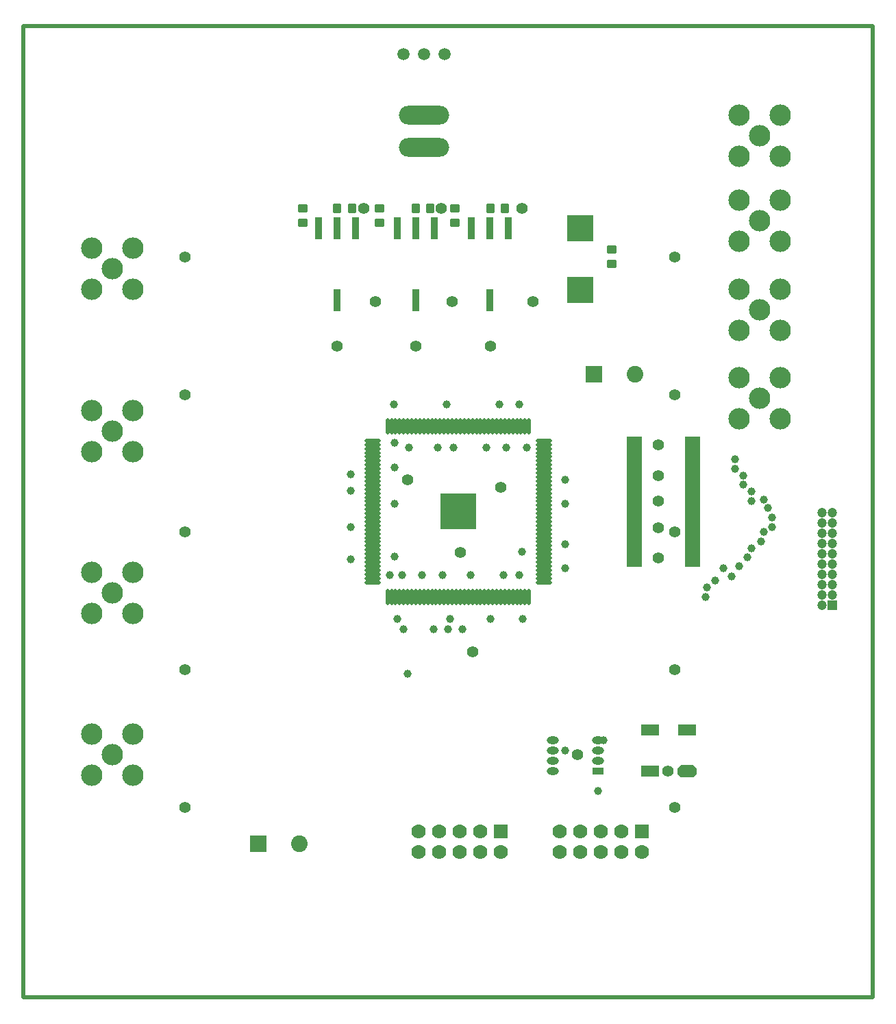
<source format=gts>
%FSAX43Y43*%
%MOMM*%
G71*
G01*
G75*
G04 Layer_Color=8388736*
%ADD10C,0.175*%
G04:AMPARAMS|DCode=11|XSize=0.8mm|YSize=1mm|CornerRadius=0.08mm|HoleSize=0mm|Usage=FLASHONLY|Rotation=180.000|XOffset=0mm|YOffset=0mm|HoleType=Round|Shape=RoundedRectangle|*
%AMROUNDEDRECTD11*
21,1,0.800,0.840,0,0,180.0*
21,1,0.640,1.000,0,0,180.0*
1,1,0.160,-0.320,0.420*
1,1,0.160,0.320,0.420*
1,1,0.160,0.320,-0.420*
1,1,0.160,-0.320,-0.420*
%
%ADD11ROUNDEDRECTD11*%
G04:AMPARAMS|DCode=12|XSize=0.8mm|YSize=1mm|CornerRadius=0.08mm|HoleSize=0mm|Usage=FLASHONLY|Rotation=90.000|XOffset=0mm|YOffset=0mm|HoleType=Round|Shape=RoundedRectangle|*
%AMROUNDEDRECTD12*
21,1,0.800,0.840,0,0,90.0*
21,1,0.640,1.000,0,0,90.0*
1,1,0.160,0.420,0.320*
1,1,0.160,0.420,-0.320*
1,1,0.160,-0.420,-0.320*
1,1,0.160,-0.420,0.320*
%
%ADD12ROUNDEDRECTD12*%
%ADD13R,0.762X2.540*%
%ADD14R,3.048X3.048*%
%ADD15O,6.000X2.100*%
%ADD16O,6.000X2.100*%
%ADD17O,1.270X0.762*%
%ADD18R,1.270X0.762*%
%ADD19R,2.108X1.270*%
G04:AMPARAMS|DCode=20|XSize=2.108mm|YSize=1.27mm|CornerRadius=0mm|HoleSize=0mm|Usage=FLASHONLY|Rotation=180.000|XOffset=0mm|YOffset=0mm|HoleType=Round|Shape=Octagon|*
%AMOCTAGOND20*
4,1,8,-1.054,0.318,-1.054,-0.318,-0.737,-0.635,0.737,-0.635,1.054,-0.318,1.054,0.318,0.737,0.635,-0.737,0.635,-1.054,0.318,0.0*
%
%ADD20OCTAGOND20*%

%ADD21R,4.300X4.300*%
%ADD22O,0.300X1.800*%
%ADD23O,1.800X0.300*%
%ADD24R,1.650X0.300*%
%ADD25C,0.254*%
%ADD26C,0.500*%
%ADD27C,1.000*%
%ADD28C,0.200*%
%ADD29C,0.400*%
%ADD30C,1.524*%
%ADD31C,0.300*%
%ADD32R,1.850X1.850*%
%ADD33C,1.850*%
%ADD34C,2.438*%
%ADD35C,1.575*%
%ADD36R,1.575X1.575*%
%ADD37R,1.000X1.000*%
%ADD38C,1.000*%
%ADD39C,1.200*%
%ADD40C,1.300*%
%ADD41C,0.800*%
%ADD42C,0.660*%
G04:AMPARAMS|DCode=43|XSize=0.4mm|YSize=0.6mm|CornerRadius=0.04mm|HoleSize=0mm|Usage=FLASHONLY|Rotation=90.000|XOffset=0mm|YOffset=0mm|HoleType=Round|Shape=RoundedRectangle|*
%AMROUNDEDRECTD43*
21,1,0.400,0.520,0,0,90.0*
21,1,0.320,0.600,0,0,90.0*
1,1,0.080,0.260,0.160*
1,1,0.080,0.260,-0.160*
1,1,0.080,-0.260,-0.160*
1,1,0.080,-0.260,0.160*
%
%ADD43ROUNDEDRECTD43*%
G04:AMPARAMS|DCode=44|XSize=0.4mm|YSize=0.6mm|CornerRadius=0.04mm|HoleSize=0mm|Usage=FLASHONLY|Rotation=180.000|XOffset=0mm|YOffset=0mm|HoleType=Round|Shape=RoundedRectangle|*
%AMROUNDEDRECTD44*
21,1,0.400,0.520,0,0,180.0*
21,1,0.320,0.600,0,0,180.0*
1,1,0.080,-0.160,0.260*
1,1,0.080,0.160,0.260*
1,1,0.080,0.160,-0.260*
1,1,0.080,-0.160,-0.260*
%
%ADD44ROUNDEDRECTD44*%
%ADD45C,0.250*%
%ADD46C,0.600*%
%ADD47C,0.203*%
%ADD48C,0.305*%
G04:AMPARAMS|DCode=49|XSize=1.003mm|YSize=1.203mm|CornerRadius=0.182mm|HoleSize=0mm|Usage=FLASHONLY|Rotation=180.000|XOffset=0mm|YOffset=0mm|HoleType=Round|Shape=RoundedRectangle|*
%AMROUNDEDRECTD49*
21,1,1.003,0.840,0,0,180.0*
21,1,0.640,1.203,0,0,180.0*
1,1,0.363,-0.320,0.420*
1,1,0.363,0.320,0.420*
1,1,0.363,0.320,-0.420*
1,1,0.363,-0.320,-0.420*
%
%ADD49ROUNDEDRECTD49*%
G04:AMPARAMS|DCode=50|XSize=1.003mm|YSize=1.203mm|CornerRadius=0.182mm|HoleSize=0mm|Usage=FLASHONLY|Rotation=90.000|XOffset=0mm|YOffset=0mm|HoleType=Round|Shape=RoundedRectangle|*
%AMROUNDEDRECTD50*
21,1,1.003,0.840,0,0,90.0*
21,1,0.640,1.203,0,0,90.0*
1,1,0.363,0.420,0.320*
1,1,0.363,0.420,-0.320*
1,1,0.363,-0.420,-0.320*
1,1,0.363,-0.420,0.320*
%
%ADD50ROUNDEDRECTD50*%
%ADD51R,0.965X2.743*%
%ADD52R,3.251X3.251*%
%ADD53O,6.203X2.303*%
%ADD54O,6.203X2.303*%
%ADD55O,1.473X0.965*%
%ADD56R,1.473X0.965*%
%ADD57R,2.311X1.473*%
G04:AMPARAMS|DCode=58|XSize=2.311mm|YSize=1.473mm|CornerRadius=0mm|HoleSize=0mm|Usage=FLASHONLY|Rotation=180.000|XOffset=0mm|YOffset=0mm|HoleType=Round|Shape=Octagon|*
%AMOCTAGOND58*
4,1,8,-1.156,0.368,-1.156,-0.368,-0.787,-0.737,0.787,-0.737,1.156,-0.368,1.156,0.368,0.787,0.737,-0.787,0.737,-1.156,0.368,0.0*
%
%ADD58OCTAGOND58*%

%ADD59R,4.503X4.503*%
%ADD60O,0.503X2.003*%
%ADD61O,2.003X0.503*%
%ADD62R,1.853X0.503*%
%ADD63R,2.053X2.053*%
%ADD64C,2.053*%
%ADD65C,2.642*%
%ADD66C,1.778*%
%ADD67R,1.778X1.778*%
%ADD68R,1.203X1.203*%
%ADD69C,1.203*%
%ADD70C,1.403*%
%ADD71C,1.503*%
%ADD72C,1.003*%
D26*
X0025000Y0145000D02*
X0130000D01*
X0025000Y0025000D02*
Y0145000D01*
X0130000Y0025000D02*
Y0145000D01*
X0025000Y0025000D02*
X0130000D01*
D49*
X0084500Y0122500D02*
D03*
X0082700D02*
D03*
X0075300D02*
D03*
X0073500D02*
D03*
X0065600D02*
D03*
X0063800D02*
D03*
D50*
X0078300Y0120700D02*
D03*
Y0122500D02*
D03*
X0069000Y0120700D02*
D03*
Y0122500D02*
D03*
X0059500Y0120700D02*
D03*
Y0122500D02*
D03*
X0097700Y0115600D02*
D03*
Y0117400D02*
D03*
D51*
X0082686Y0111110D02*
D03*
Y0120000D02*
D03*
X0084972D02*
D03*
X0080400D02*
D03*
X0073486Y0111110D02*
D03*
Y0120000D02*
D03*
X0075772D02*
D03*
X0071200D02*
D03*
X0063786Y0111110D02*
D03*
Y0120000D02*
D03*
X0066072D02*
D03*
X0061500D02*
D03*
D52*
X0093800D02*
D03*
Y0112380D02*
D03*
D53*
X0074500Y0130000D02*
D03*
D54*
Y0134000D02*
D03*
D55*
X0096000Y0056810D02*
D03*
Y0055540D02*
D03*
X0090412D02*
D03*
X0096000Y0054270D02*
D03*
X0090412D02*
D03*
Y0056810D02*
D03*
Y0053000D02*
D03*
D56*
X0096000D02*
D03*
D57*
X0102428D02*
D03*
X0107000Y0058080D02*
D03*
X0102428D02*
D03*
D58*
X0107000Y0053000D02*
D03*
D59*
X0078750Y0085050D02*
D03*
D60*
X0070000Y0074500D02*
D03*
X0070500D02*
D03*
X0071000D02*
D03*
X0071500D02*
D03*
X0072000D02*
D03*
X0072500D02*
D03*
X0073000D02*
D03*
X0073500D02*
D03*
X0074000D02*
D03*
X0074500D02*
D03*
X0075000D02*
D03*
X0075500D02*
D03*
X0076000D02*
D03*
X0076500D02*
D03*
X0077000D02*
D03*
X0077500D02*
D03*
X0078000D02*
D03*
X0078500D02*
D03*
X0079000D02*
D03*
X0079500D02*
D03*
X0080000D02*
D03*
X0080500D02*
D03*
X0081000D02*
D03*
X0081500D02*
D03*
X0082000D02*
D03*
X0082500D02*
D03*
X0083000D02*
D03*
X0083500D02*
D03*
X0084000D02*
D03*
X0084500D02*
D03*
X0085000D02*
D03*
X0085500D02*
D03*
X0086000D02*
D03*
X0086500D02*
D03*
X0087000D02*
D03*
X0087500D02*
D03*
Y0095600D02*
D03*
X0087000D02*
D03*
X0086500D02*
D03*
X0086000D02*
D03*
X0085500D02*
D03*
X0085000D02*
D03*
X0084500D02*
D03*
X0084000D02*
D03*
X0083500D02*
D03*
X0083000D02*
D03*
X0082500D02*
D03*
X0082000D02*
D03*
X0081500D02*
D03*
X0081000D02*
D03*
X0080500D02*
D03*
X0080000D02*
D03*
X0079500D02*
D03*
X0079000D02*
D03*
X0078500D02*
D03*
X0078000D02*
D03*
X0077500D02*
D03*
X0077000D02*
D03*
X0076500D02*
D03*
X0076000D02*
D03*
X0075500D02*
D03*
X0075000D02*
D03*
X0074500D02*
D03*
X0074000D02*
D03*
X0073500D02*
D03*
X0073000D02*
D03*
X0072500D02*
D03*
X0072000D02*
D03*
X0071500D02*
D03*
X0071000D02*
D03*
X0070500D02*
D03*
X0070000D02*
D03*
D61*
X0089300Y0076300D02*
D03*
Y0076800D02*
D03*
Y0077300D02*
D03*
Y0077800D02*
D03*
Y0078300D02*
D03*
Y0078800D02*
D03*
Y0079300D02*
D03*
Y0079800D02*
D03*
Y0080300D02*
D03*
Y0080800D02*
D03*
Y0081300D02*
D03*
Y0081800D02*
D03*
Y0082300D02*
D03*
Y0082800D02*
D03*
Y0083300D02*
D03*
Y0083800D02*
D03*
Y0084300D02*
D03*
Y0084800D02*
D03*
Y0085300D02*
D03*
Y0085800D02*
D03*
Y0086300D02*
D03*
Y0086800D02*
D03*
Y0087300D02*
D03*
Y0087800D02*
D03*
Y0088300D02*
D03*
Y0088800D02*
D03*
Y0089300D02*
D03*
Y0089800D02*
D03*
Y0090300D02*
D03*
Y0090800D02*
D03*
Y0091300D02*
D03*
Y0091800D02*
D03*
Y0092300D02*
D03*
Y0092800D02*
D03*
Y0093300D02*
D03*
Y0093800D02*
D03*
X0068200D02*
D03*
Y0093300D02*
D03*
Y0092800D02*
D03*
Y0092300D02*
D03*
Y0091800D02*
D03*
Y0091300D02*
D03*
Y0090800D02*
D03*
Y0090300D02*
D03*
Y0089800D02*
D03*
Y0089300D02*
D03*
Y0088800D02*
D03*
Y0088300D02*
D03*
Y0087800D02*
D03*
Y0087300D02*
D03*
Y0086800D02*
D03*
Y0086300D02*
D03*
Y0085800D02*
D03*
Y0085300D02*
D03*
Y0084800D02*
D03*
Y0084300D02*
D03*
Y0083800D02*
D03*
Y0083300D02*
D03*
Y0082800D02*
D03*
Y0082300D02*
D03*
Y0081800D02*
D03*
Y0081300D02*
D03*
Y0080800D02*
D03*
Y0080300D02*
D03*
Y0079800D02*
D03*
Y0079300D02*
D03*
Y0078800D02*
D03*
Y0078300D02*
D03*
Y0077800D02*
D03*
Y0077300D02*
D03*
Y0076800D02*
D03*
Y0076300D02*
D03*
D62*
X0100500Y0094000D02*
D03*
Y0093500D02*
D03*
Y0093000D02*
D03*
Y0092500D02*
D03*
Y0092000D02*
D03*
Y0091500D02*
D03*
Y0091000D02*
D03*
Y0090500D02*
D03*
Y0090000D02*
D03*
Y0089500D02*
D03*
Y0089000D02*
D03*
Y0088500D02*
D03*
Y0088000D02*
D03*
Y0087500D02*
D03*
Y0087000D02*
D03*
Y0086500D02*
D03*
Y0086000D02*
D03*
Y0085500D02*
D03*
Y0085000D02*
D03*
Y0084500D02*
D03*
Y0084000D02*
D03*
Y0083500D02*
D03*
Y0083000D02*
D03*
Y0082500D02*
D03*
Y0082000D02*
D03*
Y0081500D02*
D03*
Y0081000D02*
D03*
Y0080500D02*
D03*
Y0080000D02*
D03*
Y0079500D02*
D03*
Y0079000D02*
D03*
Y0078500D02*
D03*
X0107750Y0094000D02*
D03*
Y0093500D02*
D03*
Y0093000D02*
D03*
Y0092500D02*
D03*
Y0092000D02*
D03*
Y0091500D02*
D03*
Y0091000D02*
D03*
Y0090500D02*
D03*
Y0090000D02*
D03*
Y0089500D02*
D03*
Y0089000D02*
D03*
Y0088500D02*
D03*
Y0088000D02*
D03*
Y0087500D02*
D03*
Y0087000D02*
D03*
Y0086500D02*
D03*
Y0086000D02*
D03*
Y0085500D02*
D03*
Y0085000D02*
D03*
Y0084500D02*
D03*
Y0084000D02*
D03*
Y0083500D02*
D03*
Y0083000D02*
D03*
Y0082500D02*
D03*
Y0082000D02*
D03*
Y0081500D02*
D03*
Y0081000D02*
D03*
Y0080500D02*
D03*
Y0080000D02*
D03*
Y0079500D02*
D03*
Y0079000D02*
D03*
Y0078500D02*
D03*
D63*
X0095500Y0102000D02*
D03*
X0054000Y0044000D02*
D03*
D64*
X0100580Y0102000D02*
D03*
X0059080Y0044000D02*
D03*
D65*
X0036000Y0055000D02*
D03*
X0038540Y0052460D02*
D03*
Y0057540D02*
D03*
X0033460D02*
D03*
Y0052460D02*
D03*
X0036000Y0075000D02*
D03*
X0038540Y0072460D02*
D03*
Y0077540D02*
D03*
X0033460D02*
D03*
Y0072460D02*
D03*
X0036000Y0095000D02*
D03*
X0038540Y0092460D02*
D03*
Y0097540D02*
D03*
X0033460D02*
D03*
Y0092460D02*
D03*
X0036000Y0115000D02*
D03*
X0038540Y0112460D02*
D03*
Y0117540D02*
D03*
X0033460D02*
D03*
Y0112460D02*
D03*
X0116000Y0099000D02*
D03*
X0113460Y0096460D02*
D03*
X0118540D02*
D03*
Y0101540D02*
D03*
X0113460D02*
D03*
X0116000Y0110000D02*
D03*
X0113460Y0107460D02*
D03*
X0118540D02*
D03*
Y0112540D02*
D03*
X0113460D02*
D03*
X0116000Y0121000D02*
D03*
X0113460Y0118460D02*
D03*
X0118540D02*
D03*
Y0123540D02*
D03*
X0113460D02*
D03*
X0116000Y0131500D02*
D03*
X0113460Y0128960D02*
D03*
X0118540D02*
D03*
Y0134040D02*
D03*
X0113460D02*
D03*
D66*
X0078920Y0042960D02*
D03*
Y0045500D02*
D03*
X0081460D02*
D03*
X0076380D02*
D03*
X0073840D02*
D03*
X0076380Y0042960D02*
D03*
X0081460D02*
D03*
X0084000D02*
D03*
X0073840D02*
D03*
X0096370Y0043010D02*
D03*
Y0045550D02*
D03*
X0098910D02*
D03*
X0093830D02*
D03*
X0091290D02*
D03*
X0093830Y0043010D02*
D03*
X0098910D02*
D03*
X0101450D02*
D03*
X0091290D02*
D03*
D67*
X0084000Y0045500D02*
D03*
X0101450Y0045550D02*
D03*
D68*
X0125000Y0073500D02*
D03*
D69*
X0123730D02*
D03*
X0125000Y0074770D02*
D03*
X0123730D02*
D03*
X0125000Y0076040D02*
D03*
X0123730D02*
D03*
X0125000Y0077310D02*
D03*
X0123730D02*
D03*
X0125000Y0078580D02*
D03*
X0123730D02*
D03*
X0125000Y0079850D02*
D03*
X0123730D02*
D03*
X0125000Y0081120D02*
D03*
X0123730D02*
D03*
X0125000Y0082390D02*
D03*
X0123730D02*
D03*
X0125000Y0083660D02*
D03*
X0123730D02*
D03*
X0125000Y0084930D02*
D03*
X0123730D02*
D03*
D70*
X0067100Y0122500D02*
D03*
X0076600D02*
D03*
X0086600D02*
D03*
X0088000Y0111000D02*
D03*
X0078000D02*
D03*
X0068500D02*
D03*
X0105500Y0048500D02*
D03*
Y0065500D02*
D03*
Y0082500D02*
D03*
Y0099500D02*
D03*
Y0116500D02*
D03*
X0045000Y0116500D02*
D03*
Y0099500D02*
D03*
Y0082500D02*
D03*
Y0065500D02*
D03*
Y0048500D02*
D03*
X0072500Y0089000D02*
D03*
X0079000Y0080000D02*
D03*
X0084000Y0088000D02*
D03*
X0082700Y0105500D02*
D03*
X0073500D02*
D03*
X0063800D02*
D03*
X0093500Y0055000D02*
D03*
X0104700Y0053000D02*
D03*
X0080500Y0067700D02*
D03*
X0103500Y0079300D02*
D03*
Y0086300D02*
D03*
Y0093300D02*
D03*
X0103500Y0083000D02*
D03*
X0103500Y0089500D02*
D03*
D71*
X0071960Y0141500D02*
D03*
X0077040D02*
D03*
X0074500D02*
D03*
D72*
X0092000Y0078000D02*
D03*
Y0081000D02*
D03*
Y0086000D02*
D03*
X0065500Y0089600D02*
D03*
Y0087600D02*
D03*
Y0083100D02*
D03*
Y0079100D02*
D03*
X0071200Y0071800D02*
D03*
X0077700D02*
D03*
X0082700D02*
D03*
X0086700D02*
D03*
X0077300Y0098300D02*
D03*
X0078200Y0092900D02*
D03*
X0071800Y0077200D02*
D03*
X0070300D02*
D03*
X0070900Y0079500D02*
D03*
Y0086000D02*
D03*
X0074300Y0077200D02*
D03*
X0076800D02*
D03*
X0080300D02*
D03*
X0084300D02*
D03*
X0086300D02*
D03*
X0086600Y0080100D02*
D03*
X0084700Y0092900D02*
D03*
X0087200D02*
D03*
X0070900Y0093500D02*
D03*
Y0090500D02*
D03*
X0072700Y0092900D02*
D03*
X0082200D02*
D03*
X0079300Y0070500D02*
D03*
X0077500D02*
D03*
X0075700D02*
D03*
X0076200Y0092900D02*
D03*
X0072500Y0065000D02*
D03*
X0092000Y0055500D02*
D03*
X0096700Y0056800D02*
D03*
X0096000Y0050500D02*
D03*
X0072000Y0070500D02*
D03*
X0070800Y0098300D02*
D03*
X0086300D02*
D03*
X0083800D02*
D03*
X0092000Y0089000D02*
D03*
X0109300Y0074500D02*
D03*
X0109500Y0075700D02*
D03*
X0110500Y0076500D02*
D03*
X0111500Y0078000D02*
D03*
X0113500Y0078300D02*
D03*
X0112500Y0077000D02*
D03*
X0114500Y0079400D02*
D03*
X0115000Y0080500D02*
D03*
X0113000Y0091500D02*
D03*
Y0090300D02*
D03*
X0114000Y0089500D02*
D03*
Y0088400D02*
D03*
X0115000Y0087500D02*
D03*
Y0086300D02*
D03*
X0116200Y0081300D02*
D03*
X0116500Y0082500D02*
D03*
X0116500Y0086500D02*
D03*
X0117000Y0085500D02*
D03*
X0117500Y0084300D02*
D03*
Y0083100D02*
D03*
M02*

</source>
